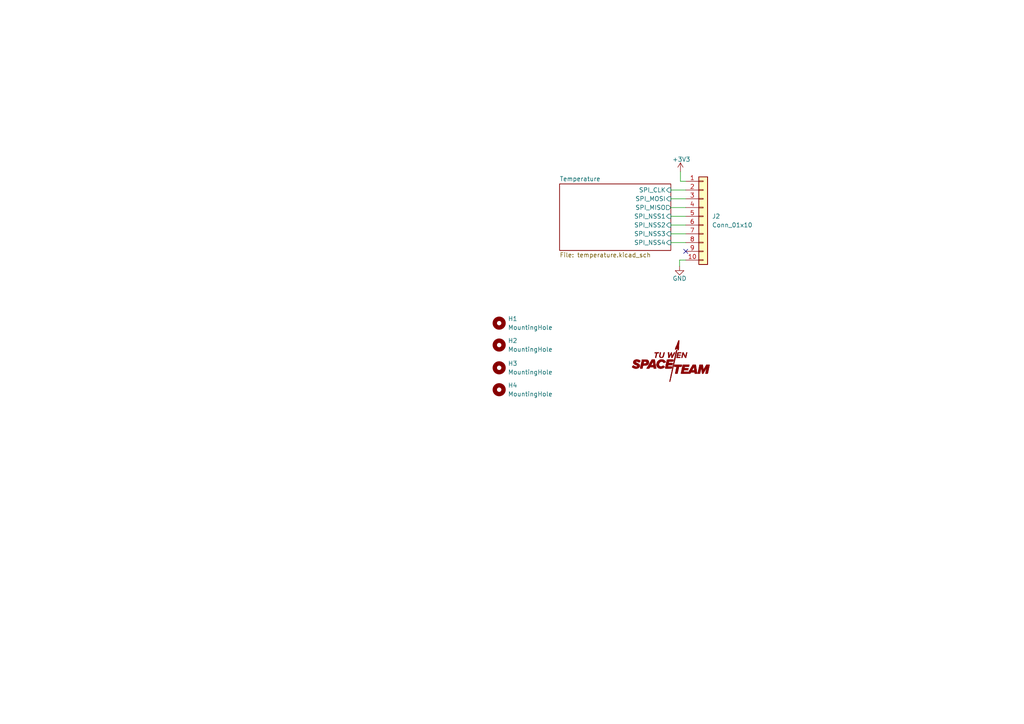
<source format=kicad_sch>
(kicad_sch (version 20211123) (generator eeschema)
  (paper "A4")
  (lib_symbols
    (symbol "Connector_Generic:Conn_01x10" (pin_names (offset 1.016) hide)
      (property "Reference" "J" (at 0 12.7 0))
      (property "Value" "Conn_01x10" (at 0 -15.24 0))
      (symbol "Conn_01x10_1_1"
        (rectangle (start -1.27 -12.573) (end 0 -12.827) (stroke (width 0.1524)))
        (rectangle (start -1.27 -10.033) (end 0 -10.287) (stroke (width 0.1524)))
        (rectangle (start -1.27 -7.493) (end 0 -7.747) (stroke (width 0.1524)))
        (rectangle (start -1.27 -4.953) (end 0 -5.207) (stroke (width 0.1524)))
        (rectangle (start -1.27 -2.413) (end 0 -2.667) (stroke (width 0.1524)))
        (rectangle (start -1.27 0.127) (end 0 -0.127) (stroke (width 0.1524)))
        (rectangle (start -1.27 2.667) (end 0 2.413) (stroke (width 0.1524)))
        (rectangle (start -1.27 5.207) (end 0 4.953) (stroke (width 0.1524)))
        (rectangle (start -1.27 7.747) (end 0 7.493) (stroke (width 0.1524)))
        (rectangle (start -1.27 10.287) (end 0 10.033) (stroke (width 0.1524)))
        (rectangle (start -1.27 11.43) (end 1.27 -13.97) (stroke (width 0.254)) (fill (type background)))
        (pin passive line (at -5.08 10.16 0) (length 3.81) (name "Pin_1") (number "1"))
        (pin passive line (at -5.08 -12.7 0) (length 3.81) (name "Pin_10") (number "10"))
        (pin passive line (at -5.08 7.62 0) (length 3.81) (name "Pin_2") (number "2"))
        (pin passive line (at -5.08 5.08 0) (length 3.81) (name "Pin_3") (number "3"))
        (pin passive line (at -5.08 2.54 0) (length 3.81) (name "Pin_4") (number "4"))
        (pin passive line (at -5.08 0 0) (length 3.81) (name "Pin_5") (number "5"))
        (pin passive line (at -5.08 -2.54 0) (length 3.81) (name "Pin_6") (number "6"))
        (pin passive line (at -5.08 -5.08 0) (length 3.81) (name "Pin_7") (number "7"))
        (pin passive line (at -5.08 -7.62 0) (length 3.81) (name "Pin_8") (number "8"))
        (pin passive line (at -5.08 -10.16 0) (length 3.81) (name "Pin_9") (number "9"))
      )
    )
    (symbol "Mechanical:MountingHole" (pin_names (offset 1.016))
      (property "Reference" "H" (at 0 5.08 0))
      (property "Value" "MountingHole" (at 0 3.175 0))
      (symbol "MountingHole_0_1"
        (circle (center 0 0) (radius 1.27) (stroke (width 1.27)))
      )
    )
    (symbol "TXV_Library_Symbols:SpaceTeam_LOGO" (pin_names (offset 1.016))
      (symbol "SpaceTeam_LOGO_0_0"
        (polyline (pts (xy -4.2672 0.889) (xy -4.191 1.1176) (xy -4.1656 1.3208) (xy -4.1656 1.3462) (xy -4.0894 1.6256) (xy -4.0386 1.8542) (xy -4.0132 2.0066) (xy -3.9624 2.0828) (xy -3.937 2.1336) (xy -3.8862 2.159) (xy -3.81 2.1844) (xy -3.6068 2.1844) (xy -3.5306 2.2098) (xy -3.4798 2.2606) (xy -3.4798 2.3368) (xy -3.4544 2.4638) (xy -4.064 2.4384) (xy -4.6736 2.4384) (xy -4.699 2.3114) (xy -4.699 2.2352) (xy -4.6736 2.1844) (xy -4.2672 2.1844) (xy -4.3942 1.5748) (xy -4.3942 1.5494) (xy -4.445 1.3208) (xy -4.4958 1.143) (xy -4.5212 0.9906) (xy -4.5212 0.9144) (xy -4.4958 0.8636) (xy -4.3942 0.8382) (xy -4.2926 0.8382) (xy -4.2672 0.889)) (stroke (width 0.0254)) (fill (type outline)))
        (polyline (pts (xy 2.7178 1.1176) (xy 2.0574 1.1176) (xy 2.0066 1.1684) (xy 2.0066 1.3716) (xy 2.0574 1.524) (xy 2.794 1.524) (xy 2.8448 1.5494) (xy 2.8702 1.6002) (xy 2.8702 1.7018) (xy 2.8448 1.7272) (xy 2.794 1.7526) (xy 2.1082 1.7526) (xy 2.1336 1.905) (xy 2.159 2.032) (xy 2.1844 2.1082) (xy 2.1844 2.1336) (xy 2.2606 2.159) (xy 2.3876 2.159) (xy 2.5908 2.1844) (xy 2.9718 2.1844) (xy 2.9972 2.2098) (xy 3.0226 2.2606) (xy 3.0226 2.3368) (xy 3.048 2.3876) (xy 2.9972 2.4384) (xy 1.9558 2.4384) (xy 1.8034 1.7526) (xy 1.7272 1.3716) (xy 1.7018 1.1684) (xy 1.6256 0.9398) (xy 1.6256 0.889) (xy 1.6764 0.8382) (xy 2.7178 0.8382) (xy 2.7178 1.1176)) (stroke (width 0.0254)) (fill (type outline)))
        (polyline (pts (xy 2.2352 3.0988) (xy 2.286 3.2258) (xy 2.3368 3.429) (xy 2.3622 3.7084) (xy 2.3622 4.5212) (xy 2.3876 4.826) (xy 2.413 5.08) (xy 2.413 5.207) (xy 2.4384 5.4864) (xy 2.4384 5.6896) (xy 2.413 5.8674) (xy 2.3876 5.969) (xy 2.3368 5.9944) (xy 2.3114 5.969) (xy 2.159 5.7404) (xy 2.0828 5.5372) (xy 1.9812 5.334) (xy 1.905 5.1308) (xy 1.8542 4.9276) (xy 1.8288 4.9022) (xy 1.778 4.699) (xy 1.5748 4.2926) (xy 1.4732 4.1148) (xy 1.397 3.9116) (xy 1.3208 3.7338) (xy 1.27 3.5306) (xy 1.2446 3.3782) (xy 1.2446 3.2766) (xy 1.2954 3.2258) (xy 1.4478 3.302) (xy 1.5748 3.3782) (xy 1.778 3.4798) (xy 1.8034 3.5052) (xy 1.905 3.4036) (xy 1.9812 3.2766) (xy 2.0574 3.175) (xy 2.1336 3.0988) (xy 2.1844 3.0734) (xy 2.2352 3.0988)) (stroke (width 0.0254)) (fill (type outline)))
        (polyline (pts (xy 1.905 -3.7084) (xy 1.9558 -3.683) (xy 1.9812 -3.5814) (xy 2.0066 -3.429) (xy 2.0574 -3.2258) (xy 2.1082 -2.9718) (xy 2.1844 -2.6924) (xy 2.3876 -1.7526) (xy 2.9972 -1.7526) (xy 3.0734 -1.7272) (xy 3.1242 -1.6256) (xy 3.1496 -1.4986) (xy 3.2004 -1.3462) (xy 3.2004 -1.3208) (xy 3.2258 -1.1938) (xy 3.2258 -1.143) (xy 3.1242 -1.1176) (xy 1.0668 -1.1176) (xy 1.016 -1.3716) (xy 1.016 -1.4224) (xy 0.9906 -1.6002) (xy 0.9906 -1.6764) (xy 1.0414 -1.7272) (xy 1.143 -1.7526) (xy 1.524 -1.7526) (xy 1.6256 -1.778) (xy 1.651 -1.8034) (xy 1.651 -1.8542) (xy 1.6256 -1.9558) (xy 1.5748 -2.1082) (xy 1.4732 -2.5654) (xy 1.3716 -3.0734) (xy 1.3208 -3.302) (xy 1.2954 -3.4798) (xy 1.27 -3.6322) (xy 1.2446 -3.683) (xy 1.27 -3.7084) (xy 1.3462 -3.7338) (xy 1.778 -3.7338) (xy 1.905 -3.7084)) (stroke (width 0.0254)) (fill (type outline)))
        (polyline (pts (xy -6.1468 -2.0574) (xy -6.0198 -1.8542) (xy -5.1562 -1.8542) (xy -5.0546 -1.8796) (xy -5.0038 -1.9304) (xy -4.9784 -2.0066) (xy -4.9784 -2.2606) (xy -4.3942 -2.2606) (xy -4.2926 -2.2352) (xy -4.2418 -2.2352) (xy -4.2418 -2.159) (xy -4.2672 -2.0066) (xy -4.2926 -1.8034) (xy -4.3434 -1.5494) (xy -4.3942 -1.2446) (xy -4.445 -0.9144) (xy -4.6482 0.381) (xy -5.5118 0.381) (xy -6.1976 -0.762) (xy -6.223 -0.8128) (xy -6.4008 -1.1176) (xy -6.4516 -1.2192) (xy -5.6642 -1.2192) (xy -5.6642 -1.1938) (xy -5.5372 -0.9398) (xy -5.4356 -0.762) (xy -5.1816 -0.3048) (xy -5.1562 -0.6096) (xy -5.1308 -0.7366) (xy -5.1054 -0.9398) (xy -5.08 -1.0668) (xy -5.0546 -1.2446) (xy -5.6388 -1.2446) (xy -5.6642 -1.2192) (xy -6.4516 -1.2192) (xy -6.5532 -1.397) (xy -6.7056 -1.651) (xy -6.8326 -1.8542) (xy -6.9342 -2.0066) (xy -6.9596 -2.0828) (xy -7.0612 -2.2606) (xy -6.2484 -2.2606) (xy -6.1468 -2.0574)) (stroke (width 0.0254)) (fill (type outline)))
        (polyline (pts (xy -0.508 2.4638) (xy -0.6858 2.4384) (xy -0.8382 2.4384) (xy -0.8128 2.1844) (xy -0.8128 2.0828) (xy -0.762 1.6256) (xy -0.762 1.3716) (xy -0.7112 0.8382) (xy -0.5334 0.8382) (xy -0.4318 0.889) (xy -0.3556 0.9906) (xy -0.2794 1.1176) (xy -0.1778 1.3462) (xy 0 1.7018) (xy 0.0762 1.8034) (xy 0.1016 1.8542) (xy 0.127 1.8288) (xy 0.127 1.7272) (xy 0.1524 1.5494) (xy 0.1524 1.3462) (xy 0.1778 0.8636) (xy 0.3048 0.8382) (xy 0.4572 0.8382) (xy 0.8636 1.6256) (xy 1.0922 2.0828) (xy 1.1684 2.2606) (xy 1.2192 2.3876) (xy 1.2446 2.4384) (xy 1.016 2.4384) (xy 0.9652 2.413) (xy 0.9144 2.3622) (xy 0.7874 2.1082) (xy 0.6604 1.8796) (xy 0.381 1.3208) (xy 0.3556 1.8796) (xy 0.3302 2.1082) (xy 0.3302 2.286) (xy 0.3048 2.3876) (xy 0.2794 2.4384) (xy 0.127 2.4384) (xy 0.0762 2.3876) (xy 0.0254 2.286) (xy -0.0762 2.1082) (xy -0.2032 1.8796) (xy -0.4826 1.3462) (xy -0.4826 1.8796) (xy -0.508 2.4638)) (stroke (width 0.0254)) (fill (type outline)))
        (polyline (pts (xy -2.5146 0.8636) (xy -2.3114 0.9398) (xy -2.1844 1.0414) (xy -2.1082 1.1684) (xy -2.0828 1.2446) (xy -2.032 1.3716) (xy -1.9304 1.778) (xy -1.8796 2.0066) (xy -1.8288 2.1844) (xy -1.8034 2.3368) (xy -1.8034 2.413) (xy -1.8288 2.4384) (xy -2.0066 2.4384) (xy -2.0574 2.413) (xy -2.0828 2.3368) (xy -2.1082 2.2098) (xy -2.159 2.0066) (xy -2.2352 1.7272) (xy -2.286 1.524) (xy -2.3368 1.3716) (xy -2.3622 1.27) (xy -2.413 1.2192) (xy -2.4892 1.1684) (xy -2.5908 1.0922) (xy -2.7686 1.0668) (xy -2.921 1.1176) (xy -3.0226 1.2446) (xy -3.048 1.3208) (xy -3.048 1.4986) (xy -3.0226 1.651) (xy -2.9718 1.8796) (xy -2.9464 2.032) (xy -2.8956 2.2352) (xy -2.8702 2.3622) (xy -2.8702 2.413) (xy -2.8956 2.4384) (xy -3.1242 2.4384) (xy -3.1496 2.3876) (xy -3.175 2.2606) (xy -3.2004 2.1082) (xy -3.2512 1.8796) (xy -3.2766 1.7272) (xy -3.3274 1.4732) (xy -3.3274 1.27) (xy -3.302 1.1176) (xy -3.2258 1.016) (xy -3.1242 0.9144) (xy -2.9464 0.8636) (xy -2.7432 0.8382) (xy -2.5146 0.8636)) (stroke (width 0.0254)) (fill (type outline)))
        (polyline (pts (xy 3.3528 0.8636) (xy 3.4544 1.397) (xy 3.5052 1.6256) (xy 3.556 1.778) (xy 3.5814 1.905) (xy 3.6068 1.9304) (xy 3.6576 1.8796) (xy 3.7084 1.7526) (xy 3.9878 1.1938) (xy 4.064 1.016) (xy 4.1402 0.9144) (xy 4.191 0.8636) (xy 4.2418 0.8382) (xy 4.4196 0.8382) (xy 4.5974 1.6002) (xy 4.6228 1.8034) (xy 4.6736 2.0574) (xy 4.7244 2.2352) (xy 4.7498 2.3622) (xy 4.7498 2.413) (xy 4.7244 2.4384) (xy 4.5466 2.4384) (xy 4.4958 2.413) (xy 4.4704 2.3368) (xy 4.445 2.2098) (xy 4.3942 2.0066) (xy 4.3688 1.8796) (xy 4.318 1.6764) (xy 4.2926 1.524) (xy 4.2672 1.4224) (xy 4.2418 1.3716) (xy 4.2164 1.3716) (xy 4.191 1.397) (xy 4.1402 1.4732) (xy 4.064 1.651) (xy 3.9624 1.8796) (xy 3.9116 1.9558) (xy 3.7338 2.3114) (xy 3.683 2.3876) (xy 3.6576 2.4384) (xy 3.4036 2.4384) (xy 3.2512 1.7272) (xy 3.2258 1.6256) (xy 3.175 1.3716) (xy 3.1242 1.1684) (xy 3.0988 1.016) (xy 3.0734 0.9398) (xy 3.0734 0.8636) (xy 3.0988 0.8382) (xy 3.2004 0.8382) (xy 3.3528 0.8636)) (stroke (width 0.0254)) (fill (type outline)))
        (polyline (pts (xy -0.1778 -6.0198) (xy -0.1524 -5.9182) (xy -0.127 -5.7404) (xy -0.0508 -5.4864) (xy 0 -5.1816) (xy 0.1016 -4.8006) (xy 0.2032 -4.3434) (xy 0.3048 -3.8608) (xy 0.4318 -3.3274) (xy 0.5588 -2.7686) (xy 0.6858 -2.159) (xy 0.8382 -1.5494) (xy 0.9144 -1.1938) (xy 1.0414 -0.5842) (xy 1.1938 0.0254) (xy 1.3208 0.5588) (xy 1.4224 1.0668) (xy 1.524 1.5494) (xy 1.6256 1.9558) (xy 1.7018 2.3114) (xy 1.7526 2.5908) (xy 1.8034 2.8194) (xy 1.8288 2.9464) (xy 1.8542 2.9972) (xy 1.8542 3.048) (xy 1.778 3.1496) (xy 1.7526 3.1496) (xy 1.7272 3.175) (xy 1.6764 3.175) (xy 1.651 3.1242) (xy 1.6002 3.0734) (xy 1.5748 2.9718) (xy 1.524 2.8448) (xy 1.4732 2.6416) (xy 1.4224 2.413) (xy 1.3462 2.1336) (xy 1.27 1.8034) (xy 1.1938 1.3716) (xy 1.0922 0.9144) (xy 0.9652 0.3556) (xy 0.8382 -0.2794) (xy 0.6858 -1.016) (xy 0.5588 -1.5748) (xy 0.3048 -2.7432) (xy 0.2032 -3.2766) (xy 0.0762 -3.7846) (xy -0.0254 -4.2418) (xy -0.1016 -4.6482) (xy -0.1778 -4.9784) (xy -0.2286 -5.2578) (xy -0.3048 -5.5626) (xy -0.4064 -6.0452) (xy -0.2286 -6.0452) (xy -0.1778 -6.0198)) (stroke (width 0.0254)) (fill (type outline)))
        (polyline (pts (xy 0.254 -2.2352) (xy 0.2794 -2.1336) (xy 0.2794 -2.1082) (xy 0.3048 -1.9812) (xy 0.3556 -1.8288) (xy 0.381 -1.651) (xy -0.8382 -1.651) (xy -0.8128 -1.4986) (xy -0.7874 -1.4478) (xy -0.762 -1.3462) (xy -0.762 -1.27) (xy -0.6858 -1.27) (xy -0.5588 -1.2446) (xy 0.4572 -1.2446) (xy 0.5588 -0.7366) (xy 0.5588 -0.6858) (xy 0.508 -0.6604) (xy 0.381 -0.6604) (xy 0.2032 -0.635) (xy -0.6096 -0.635) (xy -0.5588 -0.381) (xy -0.5588 -0.2794) (xy -0.5334 -0.254) (xy -0.4826 -0.254) (xy -0.3556 -0.2286) (xy 0.4826 -0.2286) (xy 0.6096 -0.2032) (xy 0.6604 -0.1778) (xy 0.7112 -0.127) (xy 0.7366 -0.0508) (xy 0.762 0.0762) (xy 0.8128 0.2794) (xy 0.8128 0.3302) (xy 0.7874 0.3556) (xy 0.6096 0.3556) (xy 0.4318 0.381) (xy -0.7366 0.381) (xy -0.889 0.3556) (xy -1.016 0.3556) (xy -1.0668 0.3302) (xy -1.1176 0.3302) (xy -1.1176 0.2794) (xy -1.1938 0.0508) (xy -1.2192 -0.1778) (xy -1.2954 -0.4318) (xy -1.3462 -0.7112) (xy -1.4224 -0.9906) (xy -1.4732 -1.2954) (xy -1.5748 -1.8034) (xy -1.6256 -2.0066) (xy -1.651 -2.1336) (xy -1.651 -2.2098) (xy -1.6256 -2.2352) (xy -1.5494 -2.2352) (xy -1.4478 -2.2606) (xy -0.7112 -2.2606) (xy 0.254 -2.2352)) (stroke (width 0.0254)) (fill (type outline)))
        (polyline (pts (xy -8.1534 -1.905) (xy -8.1534 -1.8542) (xy -8.1026 -1.7018) (xy -8.0772 -1.5494) (xy -8.0518 -1.4732) (xy -8.0518 -1.4478) (xy -8.001 -1.4224) (xy -7.9248 -1.397) (xy -7.7978 -1.3716) (xy -7.3406 -1.3716) (xy -7.112 -1.3462) (xy -6.9088 -1.2954) (xy -6.7564 -1.2192) (xy -6.6294 -1.0922) (xy -6.604 -1.0922) (xy -6.4516 -0.8636) (xy -6.35 -0.6096) (xy -6.3246 -0.381) (xy -6.3754 -0.127) (xy -6.5024 0.0762) (xy -6.6802 0.254) (xy -6.731 0.254) (xy -6.7818 0.3048) (xy -6.858 0.3302) (xy -6.9596 0.3302) (xy -7.112 0.3556) (xy -8.382 0.3556) (xy -8.5852 -0.7366) (xy -7.8994 -0.7366) (xy -7.874 -0.6858) (xy -7.8486 -0.5588) (xy -7.8232 -0.4064) (xy -7.7978 -0.2286) (xy -7.4676 -0.2286) (xy -7.2644 -0.254) (xy -7.1374 -0.3302) (xy -7.0612 -0.4318) (xy -7.0612 -0.5588) (xy -7.1628 -0.6604) (xy -7.239 -0.7112) (xy -7.366 -0.762) (xy -7.5692 -0.762) (xy -7.6962 -0.7874) (xy -7.8232 -0.7874) (xy -7.874 -0.762) (xy -7.8994 -0.7366) (xy -8.5852 -0.7366) (xy -8.636 -0.8636) (xy -8.636 -0.889) (xy -8.7884 -1.4986) (xy -8.8392 -1.7526) (xy -8.8646 -1.9812) (xy -8.89 -2.1082) (xy -8.9154 -2.1844) (xy -8.89 -2.2098) (xy -8.8392 -2.2352) (xy -8.7376 -2.2606) (xy -8.2296 -2.2606) (xy -8.1534 -1.905)) (stroke (width 0.0254)) (fill (type outline)))
        (polyline (pts (xy -9.8298 -2.2606) (xy -9.525 -2.1844) (xy -9.2964 -2.032) (xy -9.1186 -1.8542) (xy -8.9916 -1.6002) (xy -8.9916 -1.5748) (xy -8.9662 -1.3462) (xy -9.0424 -1.143) (xy -9.1694 -0.9652) (xy -9.398 -0.8128) (xy -10.1092 -0.4572) (xy -10.1854 -0.4064) (xy -10.1854 -0.3556) (xy -10.1346 -0.2794) (xy -10.0584 -0.2286) (xy -9.8806 -0.2286) (xy -9.6774 -0.254) (xy -9.2202 -0.4826) (xy -9.1694 -0.4826) (xy -9.0932 -0.4064) (xy -8.9662 -0.3048) (xy -8.8646 -0.1778) (xy -8.8138 -0.0762) (xy -8.763 -0.0254) (xy -8.7884 0) (xy -8.8646 0.0508) (xy -8.9916 0.127) (xy -9.2202 0.2794) (xy -9.525 0.3556) (xy -9.8298 0.4064) (xy -10.1092 0.381) (xy -10.3632 0.3048) (xy -10.5918 0.1778) (xy -10.7696 0.0254) (xy -10.8712 -0.2032) (xy -10.922 -0.4318) (xy -10.922 -0.4826) (xy -10.8712 -0.6858) (xy -10.795 -0.8382) (xy -10.6426 -0.9906) (xy -10.414 -1.1176) (xy -10.1092 -1.2446) (xy -9.906 -1.3208) (xy -9.779 -1.4224) (xy -9.7282 -1.4986) (xy -9.7536 -1.5748) (xy -9.8806 -1.651) (xy -9.9822 -1.6764) (xy -10.2108 -1.651) (xy -10.4394 -1.5748) (xy -10.668 -1.4478) (xy -10.8966 -1.2954) (xy -11.0744 -1.524) (xy -11.176 -1.6256) (xy -11.2522 -1.778) (xy -11.2522 -1.8288) (xy -11.1506 -1.9304) (xy -11.0236 -2.032) (xy -10.8204 -2.1082) (xy -10.6172 -2.2098) (xy -10.414 -2.2606) (xy -10.1346 -2.286) (xy -9.8298 -2.2606)) (stroke (width 0.0254)) (fill (type outline)))
        (polyline (pts (xy -2.5146 -2.2352) (xy -2.2606 -2.159) (xy -2.159 -2.1082) (xy -2.0066 -2.0066) (xy -1.8796 -1.905) (xy -1.778 -1.8034) (xy -1.7526 -1.7272) (xy -1.8542 -1.6256) (xy -1.9558 -1.5494) (xy -2.0828 -1.4732) (xy -2.1844 -1.397) (xy -2.2352 -1.3716) (xy -2.2606 -1.397) (xy -2.3114 -1.4224) (xy -2.413 -1.4986) (xy -2.6162 -1.6002) (xy -2.8194 -1.651) (xy -3.0226 -1.6256) (xy -3.2004 -1.524) (xy -3.3528 -1.397) (xy -3.429 -1.1938) (xy -3.429 -0.9906) (xy -3.3782 -0.762) (xy -3.2512 -0.5588) (xy -3.0734 -0.381) (xy -2.8956 -0.2794) (xy -2.6924 -0.2286) (xy -2.5908 -0.2286) (xy -2.4384 -0.2794) (xy -2.3114 -0.3556) (xy -2.2098 -0.4318) (xy -2.1844 -0.508) (xy -2.1082 -0.5842) (xy -2.0574 -0.6096) (xy -1.9558 -0.5842) (xy -1.651 -0.4826) (xy -1.524 -0.4318) (xy -1.4478 -0.4064) (xy -1.4478 -0.3302) (xy -1.4986 -0.2286) (xy -1.6002 -0.1016) (xy -1.7272 0.0508) (xy -1.8796 0.1778) (xy -2.0574 0.2794) (xy -2.159 0.3302) (xy -2.286 0.3556) (xy -2.4384 0.381) (xy -2.9718 0.381) (xy -3.1242 0.3302) (xy -3.302 0.254) (xy -3.429 0.2032) (xy -3.683 0) (xy -3.9116 -0.2286) (xy -4.064 -0.508) (xy -4.1402 -0.7874) (xy -4.191 -1.0922) (xy -4.1656 -1.3716) (xy -4.064 -1.651) (xy -3.8862 -1.8796) (xy -3.6576 -2.0828) (xy -3.6322 -2.1082) (xy -3.4544 -2.1844) (xy -3.0988 -2.286) (xy -2.8194 -2.286) (xy -2.5146 -2.2352)) (stroke (width 0.0254)) (fill (type outline)))
        (polyline (pts (xy 8.4836 -3.7084) (xy 8.636 -3.048) (xy 8.6868 -2.7686) (xy 8.7376 -2.54) (xy 8.763 -2.413) (xy 8.7884 -2.3114) (xy 8.8138 -2.2606) (xy 8.8138 -2.286) (xy 8.8392 -2.3114) (xy 8.8392 -2.3368) (xy 8.8646 -2.4384) (xy 8.89 -2.5908) (xy 8.9408 -2.8194) (xy 8.9662 -3.048) (xy 9.0678 -3.7338) (xy 9.4234 -3.7338) (xy 9.8552 -2.9718) (xy 9.8806 -2.9464) (xy 10.0076 -2.7178) (xy 10.1346 -2.5146) (xy 10.2362 -2.3622) (xy 10.3124 -2.2606) (xy 10.3378 -2.2352) (xy 10.3124 -2.3368) (xy 10.287 -2.4892) (xy 10.2362 -2.6924) (xy 10.1854 -2.921) (xy 10.16 -3.048) (xy 10.1092 -3.2766) (xy 10.0584 -3.4798) (xy 10.033 -3.6068) (xy 10.033 -3.683) (xy 10.0584 -3.7084) (xy 10.1854 -3.7338) (xy 10.6426 -3.7338) (xy 10.7188 -3.7084) (xy 10.7442 -3.6576) (xy 10.7696 -3.5814) (xy 10.795 -3.4036) (xy 10.8458 -3.2004) (xy 10.8966 -2.9464) (xy 10.9728 -2.667) (xy 11.0236 -2.3622) (xy 11.0744 -2.0828) (xy 11.1506 -1.8034) (xy 11.2014 -1.5748) (xy 11.2268 -1.3716) (xy 11.2522 -1.2446) (xy 11.2776 -1.1684) (xy 11.2268 -1.143) (xy 11.1506 -1.1176) (xy 10.3124 -1.1176) (xy 9.906 -1.8034) (xy 9.4742 -2.4892) (xy 9.271 -1.1176) (xy 8.3312 -1.1176) (xy 8.0772 -2.3114) (xy 8.001 -2.6416) (xy 7.9248 -2.9464) (xy 7.874 -3.2004) (xy 7.8232 -3.4036) (xy 7.7978 -3.556) (xy 7.7724 -3.6322) (xy 7.7724 -3.7084) (xy 7.8232 -3.7338) (xy 8.1026 -3.7338) (xy 8.4836 -3.7084)) (stroke (width 0.0254)) (fill (type outline)))
        (polyline (pts (xy 5.6642 -3.7084) (xy 5.7404 -3.5306) (xy 5.842 -3.3782) (xy 6.8834 -3.3782) (xy 6.9342 -3.7338) (xy 7.6708 -3.7338) (xy 7.6454 -3.6068) (xy 7.6454 -3.5814) (xy 7.62 -3.4544) (xy 7.5946 -3.2766) (xy 7.5438 -3.0226) (xy 7.5184 -2.7432) (xy 7.4676 -2.4384) (xy 7.4422 -2.3114) (xy 7.3914 -2.0066) (xy 7.3406 -1.7272) (xy 7.3152 -1.4986) (xy 7.2898 -1.3462) (xy 7.2644 -1.2446) (xy 7.239 -1.1176) (xy 6.3754 -1.1176) (xy 5.6896 -2.286) (xy 5.6388 -2.3876) (xy 5.461 -2.6924) (xy 5.4356 -2.7432) (xy 6.1976 -2.7432) (xy 6.223 -2.6924) (xy 6.2738 -2.5654) (xy 6.35 -2.4384) (xy 6.4516 -2.2606) (xy 6.5532 -2.1082) (xy 6.6294 -1.9812) (xy 6.6802 -1.905) (xy 6.7056 -1.8796) (xy 6.731 -1.9558) (xy 6.7564 -2.0828) (xy 6.7564 -2.286) (xy 6.7818 -2.4638) (xy 6.8072 -2.5908) (xy 6.8326 -2.6924) (xy 6.8326 -2.7432) (xy 6.7818 -2.7432) (xy 6.6802 -2.7686) (xy 6.223 -2.7686) (xy 6.1976 -2.7432) (xy 5.4356 -2.7432) (xy 5.2832 -2.9464) (xy 5.1562 -3.2004) (xy 5.0292 -3.3782) (xy 4.953 -3.5052) (xy 4.9022 -3.5814) (xy 4.8768 -3.6322) (xy 4.8514 -3.6322) (xy 4.8768 -3.556) (xy 4.9022 -3.429) (xy 4.9276 -3.2766) (xy 4.953 -3.1496) (xy 3.7338 -3.1496) (xy 3.7592 -2.9718) (xy 3.7846 -2.9464) (xy 3.81 -2.8194) (xy 3.81 -2.7686) (xy 3.8354 -2.7432) (xy 4.0132 -2.7432) (xy 4.2164 -2.7178) (xy 5.0292 -2.7178) (xy 5.1054 -2.3368) (xy 5.1308 -2.2352) (xy 5.1308 -2.159) (xy 5.08 -2.1336) (xy 4.5466 -2.1336) (xy 4.5212 -2.1082) (xy 4.0132 -2.1082) (xy 3.9878 -2.0828) (xy 3.9878 -2.0066) (xy 4.0132 -1.905) (xy 4.0386 -1.7526) (xy 5.2578 -1.7526) (xy 5.334 -1.3716) (xy 5.3848 -1.2446) (xy 5.3848 -1.143) (xy 5.334 -1.1176) (xy 3.556 -1.1176) (xy 3.4544 -1.1684) (xy 3.4544 -1.1938) (xy 3.3782 -1.4224) (xy 3.3528 -1.651) (xy 3.2766 -1.905) (xy 3.2258 -2.1844) (xy 3.1496 -2.4638) (xy 3.0988 -2.7686) (xy 3.048 -3.048) (xy 2.9972 -3.2766) (xy 2.9464 -3.4798) (xy 2.921 -3.6068) (xy 2.921 -3.683) (xy 2.9718 -3.7084) (xy 3.048 -3.7084) (xy 3.1496 -3.7338) (xy 4.2926 -3.7338) (xy 5.6642 -3.7084)) (stroke (width 0.0254)) (fill (type outline)))
      )
    )
    (symbol "power:+3.3V" (power) (pin_names (offset 0))
      (property "Value" "+3.3V" (at 0 3.556 0))
      (symbol "+3.3V_0_1"
        (polyline (pts (xy -0.762 1.27) (xy 0 2.54)))
        (polyline (pts (xy 0 0) (xy 0 2.54)))
        (polyline (pts (xy 0 2.54) (xy 0.762 1.27)))
      )
      (symbol "+3.3V_1_1"
        (pin power_in line (at 0 0 90) (length 0) hide (name "+3V3") (number "1"))
      )
    )
    (symbol "power:GND" (power) (pin_names (offset 0))
      (property "Value" "GND" (at 0 -3.81 0))
      (symbol "GND_0_1"
        (polyline (pts (xy 0 0) (xy 0 -1.27) (xy 1.27 -1.27) (xy 0 -2.54) (xy -1.27 -1.27) (xy 0 -1.27)))
      )
      (symbol "GND_1_1"
        (pin power_in line (at 0 0 270) (length 0) hide (name "GND") (number "1"))
      )
    )
  )
  (no_connect (at 198.882 72.898))
  (wire (pts (xy 194.564 65.278) (xy 198.882 65.278)))
  (wire (pts (xy 194.564 62.738) (xy 198.882 62.738)))
  (wire (pts (xy 194.564 70.358) (xy 198.882 70.358)))
  (wire (pts (xy 198.882 75.438) (xy 197.104 75.438)))
  (wire (pts (xy 194.564 57.658) (xy 198.882 57.658)))
  (wire (pts (xy 197.104 75.438) (xy 197.104 77.216)))
  (wire (pts (xy 194.564 60.198) (xy 198.882 60.198)))
  (wire (pts (xy 197.358 52.578) (xy 197.358 49.784)))
  (wire (pts (xy 198.882 52.578) (xy 197.358 52.578)))
  (wire (pts (xy 194.564 55.118) (xy 198.882 55.118)))
  (wire (pts (xy 194.564 67.818) (xy 198.882 67.818)))
  (symbol (lib_id "TXV_Library_Symbols:SpaceTeam_LOGO") (at 194.564 104.648 0) (unit 1)
    (property "Reference" "#G1" (effects hide))
    (property "Value" "SpaceTeam_LOGO" (effects hide))
    (property "Footprint" "TXV_Library_Footprints:ST_Logo_new" (effects hide))
  )
  (symbol (lib_id "Mechanical:MountingHole") (at 144.78 93.726 0) (unit 1)
    (property "Reference" "H1" (at 147.32 92.4559 0) (effects (justify left)))
    (property "Value" "MountingHole" (at 147.32 94.9959 0) (effects (justify left)))
    (property "Footprint" "MountingHole:MountingHole_2.1mm" (effects hide))
  )
  (symbol (lib_id "Mechanical:MountingHole") (at 144.78 113.03 0) (unit 1)
    (property "Reference" "H4" (at 147.32 111.7599 0) (effects (justify left)))
    (property "Value" "MountingHole" (at 147.32 114.2999 0) (effects (justify left)))
    (property "Footprint" "MountingHole:MountingHole_2.1mm" (effects hide))
  )
  (symbol (lib_id "power:+3.3V") (at 197.358 49.784 0) (unit 1)
    (property "Reference" "#PWR01" (effects hide))
    (property "Value" "+3.3V" (at 197.612 46.228 0))
  )
  (symbol (lib_id "Mechanical:MountingHole") (at 144.78 100.076 0) (unit 1)
    (property "Reference" "H2" (at 147.32 98.8059 0) (effects (justify left)))
    (property "Value" "MountingHole" (at 147.32 101.3459 0) (effects (justify left)))
    (property "Footprint" "MountingHole:MountingHole_2.1mm" (effects hide))
  )
  (symbol (lib_id "Mechanical:MountingHole") (at 144.78 106.68 0) (unit 1)
    (property "Reference" "H3" (at 147.32 105.4099 0) (effects (justify left)))
    (property "Value" "MountingHole" (at 147.32 107.9499 0) (effects (justify left)))
    (property "Footprint" "MountingHole:MountingHole_2.1mm" (effects hide))
  )
  (symbol (lib_id "Connector_Generic:Conn_01x10") (at 203.962 62.738 0) (unit 1)
    (property "Reference" "J2" (at 206.502 62.7379 0) (effects (justify left)))
    (property "Value" "Conn_01x10" (at 206.502 65.2779 0) (effects (justify left)))
    (property "Footprint" "Connector_IDC:IDC-Header_2x05_P2.54mm_Vertical" (effects hide))
  )
  (symbol (lib_id "power:GND") (at 197.104 77.216 0) (unit 1)
    (property "Reference" "#PWR0101" (effects hide))
    (property "Value" "GND" (at 197.104 80.772 0))
  )
  (sheet (at 162.306 53.34) (size 32.258 19.304) (stroke (width 0.1524))
    (property "Sheet name" "Temperature" (at 162.306 52.6284 0) (effects (justify left bottom)))
    (property "Sheet file" "temperature.kicad_sch" (at 162.306 73.2286 0) (effects (justify left top)))
    (pin "SPI_MOSI" input (at 194.564 57.658 0))
    (pin "SPI_NSS1" input (at 194.564 62.738 0))
    (pin "SPI_MISO" output (at 194.564 60.198 0))
    (pin "SPI_CLK" input (at 194.564 55.118 0))
    (pin "SPI_NSS3" input (at 194.564 67.818 0))
    (pin "SPI_NSS2" input (at 194.564 65.278 0))
    (pin "SPI_NSS4" input (at 194.564 70.358 0))
  )
)
</source>
